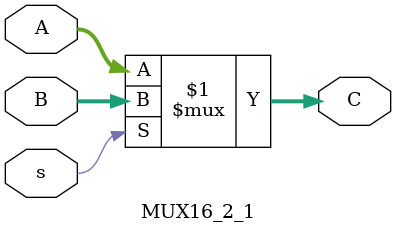
<source format=v>
module MUX16_2_1 (input [15:0] A, output wire [15:0] C,
                  input [15:0] B,
                  input s);

	assign C = (s ? B : A);

endmodule
</source>
